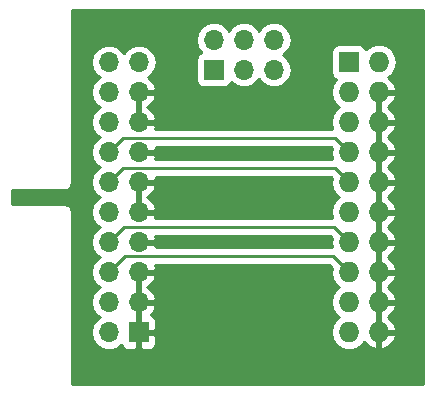
<source format=gbr>
G04 #@! TF.GenerationSoftware,KiCad,Pcbnew,(5.0.2)-1*
G04 #@! TF.CreationDate,2019-09-12T21:25:24+02:00*
G04 #@! TF.ProjectId,Jlink_power_supply,4a6c696e-6b5f-4706-9f77-65725f737570,rev?*
G04 #@! TF.SameCoordinates,Original*
G04 #@! TF.FileFunction,Copper,L2,Bot*
G04 #@! TF.FilePolarity,Positive*
%FSLAX46Y46*%
G04 Gerber Fmt 4.6, Leading zero omitted, Abs format (unit mm)*
G04 Created by KiCad (PCBNEW (5.0.2)-1) date 2019-09-12 21:25:24*
%MOMM*%
%LPD*%
G01*
G04 APERTURE LIST*
G04 #@! TA.AperFunction,ComponentPad*
%ADD10R,1.700000X1.700000*%
G04 #@! TD*
G04 #@! TA.AperFunction,ComponentPad*
%ADD11O,1.700000X1.700000*%
G04 #@! TD*
G04 #@! TA.AperFunction,ComponentPad*
%ADD12O,1.727200X1.727200*%
G04 #@! TD*
G04 #@! TA.AperFunction,ComponentPad*
%ADD13R,1.727200X1.727200*%
G04 #@! TD*
G04 #@! TA.AperFunction,ViaPad*
%ADD14C,0.800000*%
G04 #@! TD*
G04 #@! TA.AperFunction,Conductor*
%ADD15C,0.250000*%
G04 #@! TD*
G04 #@! TA.AperFunction,Conductor*
%ADD16C,0.254000*%
G04 #@! TD*
G04 APERTURE END LIST*
D10*
G04 #@! TO.P,J1,1*
G04 #@! TO.N,GND*
X119380000Y-119380000D03*
D11*
G04 #@! TO.P,J1,2*
G04 #@! TO.N,+5V*
X116840000Y-119380000D03*
G04 #@! TO.P,J1,3*
G04 #@! TO.N,GND*
X119380000Y-116840000D03*
G04 #@! TO.P,J1,4*
G04 #@! TO.N,Net-(J1-Pad4)*
X116840000Y-116840000D03*
G04 #@! TO.P,J1,5*
G04 #@! TO.N,GND*
X119380000Y-114300000D03*
G04 #@! TO.P,J1,6*
G04 #@! TO.N,Reset*
X116840000Y-114300000D03*
G04 #@! TO.P,J1,7*
G04 #@! TO.N,GND*
X119380000Y-111760000D03*
G04 #@! TO.P,J1,8*
G04 #@! TO.N,SWO*
X116840000Y-111760000D03*
G04 #@! TO.P,J1,9*
G04 #@! TO.N,GND*
X119380000Y-109220000D03*
G04 #@! TO.P,J1,10*
G04 #@! TO.N,Net-(J1-Pad10)*
X116840000Y-109220000D03*
G04 #@! TO.P,J1,11*
G04 #@! TO.N,GND*
X119380000Y-106680000D03*
G04 #@! TO.P,J1,12*
G04 #@! TO.N,SWCLK*
X116840000Y-106680000D03*
G04 #@! TO.P,J1,13*
G04 #@! TO.N,GND*
X119380000Y-104140000D03*
G04 #@! TO.P,J1,14*
G04 #@! TO.N,SWDIO*
X116840000Y-104140000D03*
G04 #@! TO.P,J1,15*
G04 #@! TO.N,GND*
X119380000Y-101600000D03*
G04 #@! TO.P,J1,16*
G04 #@! TO.N,Net-(J1-Pad16)*
X116840000Y-101600000D03*
G04 #@! TO.P,J1,17*
G04 #@! TO.N,GND*
X119380000Y-99060000D03*
G04 #@! TO.P,J1,18*
G04 #@! TO.N,Net-(J1-Pad18)*
X116840000Y-99060000D03*
G04 #@! TO.P,J1,19*
G04 #@! TO.N,Net-(J1-Pad19)*
X119380000Y-96520000D03*
G04 #@! TO.P,J1,20*
G04 #@! TO.N,Vref*
X116840000Y-96520000D03*
G04 #@! TD*
D12*
G04 #@! TO.P,J3,20*
G04 #@! TO.N,GND*
X139700000Y-119380000D03*
G04 #@! TO.P,J3,19*
G04 #@! TO.N,Net-(J3-Pad19)*
X137160000Y-119380000D03*
G04 #@! TO.P,J3,18*
G04 #@! TO.N,GND*
X139700000Y-116840000D03*
G04 #@! TO.P,J3,17*
G04 #@! TO.N,Net-(J3-Pad17)*
X137160000Y-116840000D03*
G04 #@! TO.P,J3,16*
G04 #@! TO.N,GND*
X139700000Y-114300000D03*
G04 #@! TO.P,J3,15*
G04 #@! TO.N,Reset*
X137160000Y-114300000D03*
G04 #@! TO.P,J3,14*
G04 #@! TO.N,GND*
X139700000Y-111760000D03*
G04 #@! TO.P,J3,13*
G04 #@! TO.N,SWO*
X137160000Y-111760000D03*
G04 #@! TO.P,J3,12*
G04 #@! TO.N,GND*
X139700000Y-109220000D03*
G04 #@! TO.P,J3,11*
G04 #@! TO.N,Net-(J3-Pad11)*
X137160000Y-109220000D03*
G04 #@! TO.P,J3,10*
G04 #@! TO.N,GND*
X139700000Y-106680000D03*
G04 #@! TO.P,J3,9*
G04 #@! TO.N,SWCLK*
X137160000Y-106680000D03*
G04 #@! TO.P,J3,8*
G04 #@! TO.N,GND*
X139700000Y-104140000D03*
G04 #@! TO.P,J3,7*
G04 #@! TO.N,SWDIO*
X137160000Y-104140000D03*
G04 #@! TO.P,J3,6*
G04 #@! TO.N,GND*
X139700000Y-101600000D03*
G04 #@! TO.P,J3,5*
G04 #@! TO.N,Net-(J3-Pad5)*
X137160000Y-101600000D03*
G04 #@! TO.P,J3,4*
G04 #@! TO.N,GND*
X139700000Y-99060000D03*
G04 #@! TO.P,J3,3*
G04 #@! TO.N,Net-(J3-Pad3)*
X137160000Y-99060000D03*
G04 #@! TO.P,J3,2*
G04 #@! TO.N,Net-(J3-Pad2)*
X139700000Y-96520000D03*
D13*
G04 #@! TO.P,J3,1*
G04 #@! TO.N,Vref*
X137160000Y-96520000D03*
G04 #@! TD*
D10*
G04 #@! TO.P,J2,1*
G04 #@! TO.N,+5V*
X125730000Y-97155000D03*
D11*
G04 #@! TO.P,J2,2*
G04 #@! TO.N,Vref*
X125730000Y-94615000D03*
G04 #@! TO.P,J2,3*
G04 #@! TO.N,Net-(J2-Pad3)*
X128270000Y-97155000D03*
G04 #@! TO.P,J2,4*
G04 #@! TO.N,Vref*
X128270000Y-94615000D03*
G04 #@! TO.P,J2,5*
G04 #@! TO.N,+3V3*
X130810000Y-97155000D03*
G04 #@! TO.P,J2,6*
G04 #@! TO.N,Vref*
X130810000Y-94615000D03*
G04 #@! TD*
D14*
G04 #@! TO.N,GND*
X128270000Y-116840000D03*
G04 #@! TD*
D15*
G04 #@! TO.N,SWDIO*
X136296401Y-103276401D02*
X137160000Y-104140000D01*
X135984999Y-102964999D02*
X136296401Y-103276401D01*
X118015001Y-102964999D02*
X135984999Y-102964999D01*
X116840000Y-104140000D02*
X118015001Y-102964999D01*
G04 #@! TO.N,SWCLK*
X136296401Y-105816401D02*
X137160000Y-106680000D01*
X135984999Y-105504999D02*
X136296401Y-105816401D01*
X118015001Y-105504999D02*
X135984999Y-105504999D01*
X116840000Y-106680000D02*
X118015001Y-105504999D01*
G04 #@! TO.N,SWO*
X136296401Y-110896401D02*
X137160000Y-111760000D01*
X135890000Y-110490000D02*
X136296401Y-110896401D01*
X118110000Y-110490000D02*
X135890000Y-110490000D01*
X116840000Y-111760000D02*
X118110000Y-110490000D01*
G04 #@! TO.N,Reset*
X136296401Y-113436401D02*
X137160000Y-114300000D01*
X135795001Y-112935001D02*
X136296401Y-113436401D01*
X118204999Y-112935001D02*
X135795001Y-112935001D01*
X116840000Y-114300000D02*
X118204999Y-112935001D01*
G04 #@! TD*
D16*
G04 #@! TO.N,GND*
G36*
X143460001Y-123775000D02*
X113715000Y-123775000D01*
X113715000Y-109287461D01*
X113728419Y-109220000D01*
X113675255Y-108952727D01*
X113523857Y-108726143D01*
X113297273Y-108574745D01*
X113097462Y-108535000D01*
X113030000Y-108521581D01*
X112962539Y-108535000D01*
X108635000Y-108535000D01*
X108635000Y-107365000D01*
X112962538Y-107365000D01*
X113030000Y-107378419D01*
X113097461Y-107365000D01*
X113097462Y-107365000D01*
X113297273Y-107325255D01*
X113523857Y-107173857D01*
X113675255Y-106947273D01*
X113728419Y-106680000D01*
X113715000Y-106612538D01*
X113715000Y-96520000D01*
X115325908Y-96520000D01*
X115441161Y-97099418D01*
X115769375Y-97590625D01*
X116067761Y-97790000D01*
X115769375Y-97989375D01*
X115441161Y-98480582D01*
X115325908Y-99060000D01*
X115441161Y-99639418D01*
X115769375Y-100130625D01*
X116067761Y-100330000D01*
X115769375Y-100529375D01*
X115441161Y-101020582D01*
X115325908Y-101600000D01*
X115441161Y-102179418D01*
X115769375Y-102670625D01*
X116067761Y-102870000D01*
X115769375Y-103069375D01*
X115441161Y-103560582D01*
X115325908Y-104140000D01*
X115441161Y-104719418D01*
X115769375Y-105210625D01*
X116067761Y-105410000D01*
X115769375Y-105609375D01*
X115441161Y-106100582D01*
X115325908Y-106680000D01*
X115441161Y-107259418D01*
X115769375Y-107750625D01*
X116067761Y-107950000D01*
X115769375Y-108149375D01*
X115441161Y-108640582D01*
X115325908Y-109220000D01*
X115441161Y-109799418D01*
X115769375Y-110290625D01*
X116067761Y-110490000D01*
X115769375Y-110689375D01*
X115441161Y-111180582D01*
X115325908Y-111760000D01*
X115441161Y-112339418D01*
X115769375Y-112830625D01*
X116067761Y-113030000D01*
X115769375Y-113229375D01*
X115441161Y-113720582D01*
X115325908Y-114300000D01*
X115441161Y-114879418D01*
X115769375Y-115370625D01*
X116067761Y-115570000D01*
X115769375Y-115769375D01*
X115441161Y-116260582D01*
X115325908Y-116840000D01*
X115441161Y-117419418D01*
X115769375Y-117910625D01*
X116067761Y-118110000D01*
X115769375Y-118309375D01*
X115441161Y-118800582D01*
X115325908Y-119380000D01*
X115441161Y-119959418D01*
X115769375Y-120450625D01*
X116260582Y-120778839D01*
X116693744Y-120865000D01*
X116986256Y-120865000D01*
X117419418Y-120778839D01*
X117910625Y-120450625D01*
X117925096Y-120428968D01*
X117991673Y-120589699D01*
X118170302Y-120768327D01*
X118403691Y-120865000D01*
X119094250Y-120865000D01*
X119253000Y-120706250D01*
X119253000Y-119507000D01*
X119507000Y-119507000D01*
X119507000Y-120706250D01*
X119665750Y-120865000D01*
X120356309Y-120865000D01*
X120589698Y-120768327D01*
X120768327Y-120589699D01*
X120865000Y-120356310D01*
X120865000Y-119665750D01*
X120706250Y-119507000D01*
X119507000Y-119507000D01*
X119253000Y-119507000D01*
X119233000Y-119507000D01*
X119233000Y-119253000D01*
X119253000Y-119253000D01*
X119253000Y-116967000D01*
X119507000Y-116967000D01*
X119507000Y-119253000D01*
X120706250Y-119253000D01*
X120865000Y-119094250D01*
X120865000Y-118403690D01*
X120768327Y-118170301D01*
X120589698Y-117991673D01*
X120380122Y-117904864D01*
X120651645Y-117606924D01*
X120821476Y-117196890D01*
X120700155Y-116967000D01*
X119507000Y-116967000D01*
X119253000Y-116967000D01*
X119233000Y-116967000D01*
X119233000Y-116713000D01*
X119253000Y-116713000D01*
X119253000Y-114427000D01*
X119507000Y-114427000D01*
X119507000Y-116713000D01*
X120700155Y-116713000D01*
X120821476Y-116483110D01*
X120651645Y-116073076D01*
X120261358Y-115644817D01*
X120102046Y-115570000D01*
X120261358Y-115495183D01*
X120651645Y-115066924D01*
X120821476Y-114656890D01*
X120700155Y-114427000D01*
X119507000Y-114427000D01*
X119253000Y-114427000D01*
X119233000Y-114427000D01*
X119233000Y-114173000D01*
X119253000Y-114173000D01*
X119253000Y-114153000D01*
X119507000Y-114153000D01*
X119507000Y-114173000D01*
X120700155Y-114173000D01*
X120821476Y-113943110D01*
X120718712Y-113695001D01*
X135480200Y-113695001D01*
X135707225Y-113922026D01*
X135632041Y-114300000D01*
X135748350Y-114884725D01*
X136079570Y-115380430D01*
X136363281Y-115570000D01*
X136079570Y-115759570D01*
X135748350Y-116255275D01*
X135632041Y-116840000D01*
X135748350Y-117424725D01*
X136079570Y-117920430D01*
X136363281Y-118110000D01*
X136079570Y-118299570D01*
X135748350Y-118795275D01*
X135632041Y-119380000D01*
X135748350Y-119964725D01*
X136079570Y-120460430D01*
X136575275Y-120791650D01*
X137012402Y-120878600D01*
X137307598Y-120878600D01*
X137744725Y-120791650D01*
X138240430Y-120460430D01*
X138433037Y-120172174D01*
X138811510Y-120586821D01*
X139340973Y-120834968D01*
X139573000Y-120714469D01*
X139573000Y-119507000D01*
X139827000Y-119507000D01*
X139827000Y-120714469D01*
X140059027Y-120834968D01*
X140588490Y-120586821D01*
X140982688Y-120154947D01*
X141154958Y-119739026D01*
X141033817Y-119507000D01*
X139827000Y-119507000D01*
X139573000Y-119507000D01*
X139553000Y-119507000D01*
X139553000Y-119253000D01*
X139573000Y-119253000D01*
X139573000Y-116967000D01*
X139827000Y-116967000D01*
X139827000Y-119253000D01*
X141033817Y-119253000D01*
X141154958Y-119020974D01*
X140982688Y-118605053D01*
X140588490Y-118173179D01*
X140453687Y-118110000D01*
X140588490Y-118046821D01*
X140982688Y-117614947D01*
X141154958Y-117199026D01*
X141033817Y-116967000D01*
X139827000Y-116967000D01*
X139573000Y-116967000D01*
X139553000Y-116967000D01*
X139553000Y-116713000D01*
X139573000Y-116713000D01*
X139573000Y-114427000D01*
X139827000Y-114427000D01*
X139827000Y-116713000D01*
X141033817Y-116713000D01*
X141154958Y-116480974D01*
X140982688Y-116065053D01*
X140588490Y-115633179D01*
X140453687Y-115570000D01*
X140588490Y-115506821D01*
X140982688Y-115074947D01*
X141154958Y-114659026D01*
X141033817Y-114427000D01*
X139827000Y-114427000D01*
X139573000Y-114427000D01*
X139553000Y-114427000D01*
X139553000Y-114173000D01*
X139573000Y-114173000D01*
X139573000Y-111887000D01*
X139827000Y-111887000D01*
X139827000Y-114173000D01*
X141033817Y-114173000D01*
X141154958Y-113940974D01*
X140982688Y-113525053D01*
X140588490Y-113093179D01*
X140453687Y-113030000D01*
X140588490Y-112966821D01*
X140982688Y-112534947D01*
X141154958Y-112119026D01*
X141033817Y-111887000D01*
X139827000Y-111887000D01*
X139573000Y-111887000D01*
X139553000Y-111887000D01*
X139553000Y-111633000D01*
X139573000Y-111633000D01*
X139573000Y-109347000D01*
X139827000Y-109347000D01*
X139827000Y-111633000D01*
X141033817Y-111633000D01*
X141154958Y-111400974D01*
X140982688Y-110985053D01*
X140588490Y-110553179D01*
X140453687Y-110490000D01*
X140588490Y-110426821D01*
X140982688Y-109994947D01*
X141154958Y-109579026D01*
X141033817Y-109347000D01*
X139827000Y-109347000D01*
X139573000Y-109347000D01*
X139553000Y-109347000D01*
X139553000Y-109093000D01*
X139573000Y-109093000D01*
X139573000Y-106807000D01*
X139827000Y-106807000D01*
X139827000Y-109093000D01*
X141033817Y-109093000D01*
X141154958Y-108860974D01*
X140982688Y-108445053D01*
X140588490Y-108013179D01*
X140453687Y-107950000D01*
X140588490Y-107886821D01*
X140982688Y-107454947D01*
X141154958Y-107039026D01*
X141033817Y-106807000D01*
X139827000Y-106807000D01*
X139573000Y-106807000D01*
X139553000Y-106807000D01*
X139553000Y-106553000D01*
X139573000Y-106553000D01*
X139573000Y-104267000D01*
X139827000Y-104267000D01*
X139827000Y-106553000D01*
X141033817Y-106553000D01*
X141154958Y-106320974D01*
X140982688Y-105905053D01*
X140588490Y-105473179D01*
X140453687Y-105410000D01*
X140588490Y-105346821D01*
X140982688Y-104914947D01*
X141154958Y-104499026D01*
X141033817Y-104267000D01*
X139827000Y-104267000D01*
X139573000Y-104267000D01*
X139553000Y-104267000D01*
X139553000Y-104013000D01*
X139573000Y-104013000D01*
X139573000Y-101727000D01*
X139827000Y-101727000D01*
X139827000Y-104013000D01*
X141033817Y-104013000D01*
X141154958Y-103780974D01*
X140982688Y-103365053D01*
X140588490Y-102933179D01*
X140453687Y-102870000D01*
X140588490Y-102806821D01*
X140982688Y-102374947D01*
X141154958Y-101959026D01*
X141033817Y-101727000D01*
X139827000Y-101727000D01*
X139573000Y-101727000D01*
X139553000Y-101727000D01*
X139553000Y-101473000D01*
X139573000Y-101473000D01*
X139573000Y-99187000D01*
X139827000Y-99187000D01*
X139827000Y-101473000D01*
X141033817Y-101473000D01*
X141154958Y-101240974D01*
X140982688Y-100825053D01*
X140588490Y-100393179D01*
X140453687Y-100330000D01*
X140588490Y-100266821D01*
X140982688Y-99834947D01*
X141154958Y-99419026D01*
X141033817Y-99187000D01*
X139827000Y-99187000D01*
X139573000Y-99187000D01*
X139553000Y-99187000D01*
X139553000Y-98933000D01*
X139573000Y-98933000D01*
X139573000Y-98913000D01*
X139827000Y-98913000D01*
X139827000Y-98933000D01*
X141033817Y-98933000D01*
X141154958Y-98700974D01*
X140982688Y-98285053D01*
X140588490Y-97853179D01*
X140478979Y-97801854D01*
X140780430Y-97600430D01*
X141111650Y-97104725D01*
X141227959Y-96520000D01*
X141111650Y-95935275D01*
X140780430Y-95439570D01*
X140284725Y-95108350D01*
X139847598Y-95021400D01*
X139552402Y-95021400D01*
X139115275Y-95108350D01*
X138626932Y-95434651D01*
X138621757Y-95408635D01*
X138481409Y-95198591D01*
X138271365Y-95058243D01*
X138023600Y-95008960D01*
X136296400Y-95008960D01*
X136048635Y-95058243D01*
X135838591Y-95198591D01*
X135698243Y-95408635D01*
X135648960Y-95656400D01*
X135648960Y-97383600D01*
X135698243Y-97631365D01*
X135838591Y-97841409D01*
X136048635Y-97981757D01*
X136074651Y-97986932D01*
X135748350Y-98475275D01*
X135632041Y-99060000D01*
X135748350Y-99644725D01*
X136079570Y-100140430D01*
X136363281Y-100330000D01*
X136079570Y-100519570D01*
X135748350Y-101015275D01*
X135632041Y-101600000D01*
X135748350Y-102184725D01*
X135761897Y-102204999D01*
X120718712Y-102204999D01*
X120821476Y-101956890D01*
X120700155Y-101727000D01*
X119507000Y-101727000D01*
X119507000Y-101747000D01*
X119253000Y-101747000D01*
X119253000Y-101727000D01*
X119233000Y-101727000D01*
X119233000Y-101473000D01*
X119253000Y-101473000D01*
X119253000Y-99187000D01*
X119507000Y-99187000D01*
X119507000Y-101473000D01*
X120700155Y-101473000D01*
X120821476Y-101243110D01*
X120651645Y-100833076D01*
X120261358Y-100404817D01*
X120102046Y-100330000D01*
X120261358Y-100255183D01*
X120651645Y-99826924D01*
X120821476Y-99416890D01*
X120700155Y-99187000D01*
X119507000Y-99187000D01*
X119253000Y-99187000D01*
X119233000Y-99187000D01*
X119233000Y-98933000D01*
X119253000Y-98933000D01*
X119253000Y-98913000D01*
X119507000Y-98913000D01*
X119507000Y-98933000D01*
X120700155Y-98933000D01*
X120821476Y-98703110D01*
X120651645Y-98293076D01*
X120261358Y-97864817D01*
X120131522Y-97803843D01*
X120450625Y-97590625D01*
X120778839Y-97099418D01*
X120894092Y-96520000D01*
X120778839Y-95940582D01*
X120450625Y-95449375D01*
X119959418Y-95121161D01*
X119526256Y-95035000D01*
X119233744Y-95035000D01*
X118800582Y-95121161D01*
X118309375Y-95449375D01*
X118110000Y-95747761D01*
X117910625Y-95449375D01*
X117419418Y-95121161D01*
X116986256Y-95035000D01*
X116693744Y-95035000D01*
X116260582Y-95121161D01*
X115769375Y-95449375D01*
X115441161Y-95940582D01*
X115325908Y-96520000D01*
X113715000Y-96520000D01*
X113715000Y-94615000D01*
X124215908Y-94615000D01*
X124331161Y-95194418D01*
X124659375Y-95685625D01*
X124677619Y-95697816D01*
X124632235Y-95706843D01*
X124422191Y-95847191D01*
X124281843Y-96057235D01*
X124232560Y-96305000D01*
X124232560Y-98005000D01*
X124281843Y-98252765D01*
X124422191Y-98462809D01*
X124632235Y-98603157D01*
X124880000Y-98652440D01*
X126580000Y-98652440D01*
X126827765Y-98603157D01*
X127037809Y-98462809D01*
X127178157Y-98252765D01*
X127187184Y-98207381D01*
X127199375Y-98225625D01*
X127690582Y-98553839D01*
X128123744Y-98640000D01*
X128416256Y-98640000D01*
X128849418Y-98553839D01*
X129340625Y-98225625D01*
X129540000Y-97927239D01*
X129739375Y-98225625D01*
X130230582Y-98553839D01*
X130663744Y-98640000D01*
X130956256Y-98640000D01*
X131389418Y-98553839D01*
X131880625Y-98225625D01*
X132208839Y-97734418D01*
X132324092Y-97155000D01*
X132208839Y-96575582D01*
X131880625Y-96084375D01*
X131582239Y-95885000D01*
X131880625Y-95685625D01*
X132208839Y-95194418D01*
X132324092Y-94615000D01*
X132208839Y-94035582D01*
X131880625Y-93544375D01*
X131389418Y-93216161D01*
X130956256Y-93130000D01*
X130663744Y-93130000D01*
X130230582Y-93216161D01*
X129739375Y-93544375D01*
X129540000Y-93842761D01*
X129340625Y-93544375D01*
X128849418Y-93216161D01*
X128416256Y-93130000D01*
X128123744Y-93130000D01*
X127690582Y-93216161D01*
X127199375Y-93544375D01*
X127000000Y-93842761D01*
X126800625Y-93544375D01*
X126309418Y-93216161D01*
X125876256Y-93130000D01*
X125583744Y-93130000D01*
X125150582Y-93216161D01*
X124659375Y-93544375D01*
X124331161Y-94035582D01*
X124215908Y-94615000D01*
X113715000Y-94615000D01*
X113715000Y-92125000D01*
X143460000Y-92125000D01*
X143460001Y-123775000D01*
X143460001Y-123775000D01*
G37*
X143460001Y-123775000D02*
X113715000Y-123775000D01*
X113715000Y-109287461D01*
X113728419Y-109220000D01*
X113675255Y-108952727D01*
X113523857Y-108726143D01*
X113297273Y-108574745D01*
X113097462Y-108535000D01*
X113030000Y-108521581D01*
X112962539Y-108535000D01*
X108635000Y-108535000D01*
X108635000Y-107365000D01*
X112962538Y-107365000D01*
X113030000Y-107378419D01*
X113097461Y-107365000D01*
X113097462Y-107365000D01*
X113297273Y-107325255D01*
X113523857Y-107173857D01*
X113675255Y-106947273D01*
X113728419Y-106680000D01*
X113715000Y-106612538D01*
X113715000Y-96520000D01*
X115325908Y-96520000D01*
X115441161Y-97099418D01*
X115769375Y-97590625D01*
X116067761Y-97790000D01*
X115769375Y-97989375D01*
X115441161Y-98480582D01*
X115325908Y-99060000D01*
X115441161Y-99639418D01*
X115769375Y-100130625D01*
X116067761Y-100330000D01*
X115769375Y-100529375D01*
X115441161Y-101020582D01*
X115325908Y-101600000D01*
X115441161Y-102179418D01*
X115769375Y-102670625D01*
X116067761Y-102870000D01*
X115769375Y-103069375D01*
X115441161Y-103560582D01*
X115325908Y-104140000D01*
X115441161Y-104719418D01*
X115769375Y-105210625D01*
X116067761Y-105410000D01*
X115769375Y-105609375D01*
X115441161Y-106100582D01*
X115325908Y-106680000D01*
X115441161Y-107259418D01*
X115769375Y-107750625D01*
X116067761Y-107950000D01*
X115769375Y-108149375D01*
X115441161Y-108640582D01*
X115325908Y-109220000D01*
X115441161Y-109799418D01*
X115769375Y-110290625D01*
X116067761Y-110490000D01*
X115769375Y-110689375D01*
X115441161Y-111180582D01*
X115325908Y-111760000D01*
X115441161Y-112339418D01*
X115769375Y-112830625D01*
X116067761Y-113030000D01*
X115769375Y-113229375D01*
X115441161Y-113720582D01*
X115325908Y-114300000D01*
X115441161Y-114879418D01*
X115769375Y-115370625D01*
X116067761Y-115570000D01*
X115769375Y-115769375D01*
X115441161Y-116260582D01*
X115325908Y-116840000D01*
X115441161Y-117419418D01*
X115769375Y-117910625D01*
X116067761Y-118110000D01*
X115769375Y-118309375D01*
X115441161Y-118800582D01*
X115325908Y-119380000D01*
X115441161Y-119959418D01*
X115769375Y-120450625D01*
X116260582Y-120778839D01*
X116693744Y-120865000D01*
X116986256Y-120865000D01*
X117419418Y-120778839D01*
X117910625Y-120450625D01*
X117925096Y-120428968D01*
X117991673Y-120589699D01*
X118170302Y-120768327D01*
X118403691Y-120865000D01*
X119094250Y-120865000D01*
X119253000Y-120706250D01*
X119253000Y-119507000D01*
X119507000Y-119507000D01*
X119507000Y-120706250D01*
X119665750Y-120865000D01*
X120356309Y-120865000D01*
X120589698Y-120768327D01*
X120768327Y-120589699D01*
X120865000Y-120356310D01*
X120865000Y-119665750D01*
X120706250Y-119507000D01*
X119507000Y-119507000D01*
X119253000Y-119507000D01*
X119233000Y-119507000D01*
X119233000Y-119253000D01*
X119253000Y-119253000D01*
X119253000Y-116967000D01*
X119507000Y-116967000D01*
X119507000Y-119253000D01*
X120706250Y-119253000D01*
X120865000Y-119094250D01*
X120865000Y-118403690D01*
X120768327Y-118170301D01*
X120589698Y-117991673D01*
X120380122Y-117904864D01*
X120651645Y-117606924D01*
X120821476Y-117196890D01*
X120700155Y-116967000D01*
X119507000Y-116967000D01*
X119253000Y-116967000D01*
X119233000Y-116967000D01*
X119233000Y-116713000D01*
X119253000Y-116713000D01*
X119253000Y-114427000D01*
X119507000Y-114427000D01*
X119507000Y-116713000D01*
X120700155Y-116713000D01*
X120821476Y-116483110D01*
X120651645Y-116073076D01*
X120261358Y-115644817D01*
X120102046Y-115570000D01*
X120261358Y-115495183D01*
X120651645Y-115066924D01*
X120821476Y-114656890D01*
X120700155Y-114427000D01*
X119507000Y-114427000D01*
X119253000Y-114427000D01*
X119233000Y-114427000D01*
X119233000Y-114173000D01*
X119253000Y-114173000D01*
X119253000Y-114153000D01*
X119507000Y-114153000D01*
X119507000Y-114173000D01*
X120700155Y-114173000D01*
X120821476Y-113943110D01*
X120718712Y-113695001D01*
X135480200Y-113695001D01*
X135707225Y-113922026D01*
X135632041Y-114300000D01*
X135748350Y-114884725D01*
X136079570Y-115380430D01*
X136363281Y-115570000D01*
X136079570Y-115759570D01*
X135748350Y-116255275D01*
X135632041Y-116840000D01*
X135748350Y-117424725D01*
X136079570Y-117920430D01*
X136363281Y-118110000D01*
X136079570Y-118299570D01*
X135748350Y-118795275D01*
X135632041Y-119380000D01*
X135748350Y-119964725D01*
X136079570Y-120460430D01*
X136575275Y-120791650D01*
X137012402Y-120878600D01*
X137307598Y-120878600D01*
X137744725Y-120791650D01*
X138240430Y-120460430D01*
X138433037Y-120172174D01*
X138811510Y-120586821D01*
X139340973Y-120834968D01*
X139573000Y-120714469D01*
X139573000Y-119507000D01*
X139827000Y-119507000D01*
X139827000Y-120714469D01*
X140059027Y-120834968D01*
X140588490Y-120586821D01*
X140982688Y-120154947D01*
X141154958Y-119739026D01*
X141033817Y-119507000D01*
X139827000Y-119507000D01*
X139573000Y-119507000D01*
X139553000Y-119507000D01*
X139553000Y-119253000D01*
X139573000Y-119253000D01*
X139573000Y-116967000D01*
X139827000Y-116967000D01*
X139827000Y-119253000D01*
X141033817Y-119253000D01*
X141154958Y-119020974D01*
X140982688Y-118605053D01*
X140588490Y-118173179D01*
X140453687Y-118110000D01*
X140588490Y-118046821D01*
X140982688Y-117614947D01*
X141154958Y-117199026D01*
X141033817Y-116967000D01*
X139827000Y-116967000D01*
X139573000Y-116967000D01*
X139553000Y-116967000D01*
X139553000Y-116713000D01*
X139573000Y-116713000D01*
X139573000Y-114427000D01*
X139827000Y-114427000D01*
X139827000Y-116713000D01*
X141033817Y-116713000D01*
X141154958Y-116480974D01*
X140982688Y-116065053D01*
X140588490Y-115633179D01*
X140453687Y-115570000D01*
X140588490Y-115506821D01*
X140982688Y-115074947D01*
X141154958Y-114659026D01*
X141033817Y-114427000D01*
X139827000Y-114427000D01*
X139573000Y-114427000D01*
X139553000Y-114427000D01*
X139553000Y-114173000D01*
X139573000Y-114173000D01*
X139573000Y-111887000D01*
X139827000Y-111887000D01*
X139827000Y-114173000D01*
X141033817Y-114173000D01*
X141154958Y-113940974D01*
X140982688Y-113525053D01*
X140588490Y-113093179D01*
X140453687Y-113030000D01*
X140588490Y-112966821D01*
X140982688Y-112534947D01*
X141154958Y-112119026D01*
X141033817Y-111887000D01*
X139827000Y-111887000D01*
X139573000Y-111887000D01*
X139553000Y-111887000D01*
X139553000Y-111633000D01*
X139573000Y-111633000D01*
X139573000Y-109347000D01*
X139827000Y-109347000D01*
X139827000Y-111633000D01*
X141033817Y-111633000D01*
X141154958Y-111400974D01*
X140982688Y-110985053D01*
X140588490Y-110553179D01*
X140453687Y-110490000D01*
X140588490Y-110426821D01*
X140982688Y-109994947D01*
X141154958Y-109579026D01*
X141033817Y-109347000D01*
X139827000Y-109347000D01*
X139573000Y-109347000D01*
X139553000Y-109347000D01*
X139553000Y-109093000D01*
X139573000Y-109093000D01*
X139573000Y-106807000D01*
X139827000Y-106807000D01*
X139827000Y-109093000D01*
X141033817Y-109093000D01*
X141154958Y-108860974D01*
X140982688Y-108445053D01*
X140588490Y-108013179D01*
X140453687Y-107950000D01*
X140588490Y-107886821D01*
X140982688Y-107454947D01*
X141154958Y-107039026D01*
X141033817Y-106807000D01*
X139827000Y-106807000D01*
X139573000Y-106807000D01*
X139553000Y-106807000D01*
X139553000Y-106553000D01*
X139573000Y-106553000D01*
X139573000Y-104267000D01*
X139827000Y-104267000D01*
X139827000Y-106553000D01*
X141033817Y-106553000D01*
X141154958Y-106320974D01*
X140982688Y-105905053D01*
X140588490Y-105473179D01*
X140453687Y-105410000D01*
X140588490Y-105346821D01*
X140982688Y-104914947D01*
X141154958Y-104499026D01*
X141033817Y-104267000D01*
X139827000Y-104267000D01*
X139573000Y-104267000D01*
X139553000Y-104267000D01*
X139553000Y-104013000D01*
X139573000Y-104013000D01*
X139573000Y-101727000D01*
X139827000Y-101727000D01*
X139827000Y-104013000D01*
X141033817Y-104013000D01*
X141154958Y-103780974D01*
X140982688Y-103365053D01*
X140588490Y-102933179D01*
X140453687Y-102870000D01*
X140588490Y-102806821D01*
X140982688Y-102374947D01*
X141154958Y-101959026D01*
X141033817Y-101727000D01*
X139827000Y-101727000D01*
X139573000Y-101727000D01*
X139553000Y-101727000D01*
X139553000Y-101473000D01*
X139573000Y-101473000D01*
X139573000Y-99187000D01*
X139827000Y-99187000D01*
X139827000Y-101473000D01*
X141033817Y-101473000D01*
X141154958Y-101240974D01*
X140982688Y-100825053D01*
X140588490Y-100393179D01*
X140453687Y-100330000D01*
X140588490Y-100266821D01*
X140982688Y-99834947D01*
X141154958Y-99419026D01*
X141033817Y-99187000D01*
X139827000Y-99187000D01*
X139573000Y-99187000D01*
X139553000Y-99187000D01*
X139553000Y-98933000D01*
X139573000Y-98933000D01*
X139573000Y-98913000D01*
X139827000Y-98913000D01*
X139827000Y-98933000D01*
X141033817Y-98933000D01*
X141154958Y-98700974D01*
X140982688Y-98285053D01*
X140588490Y-97853179D01*
X140478979Y-97801854D01*
X140780430Y-97600430D01*
X141111650Y-97104725D01*
X141227959Y-96520000D01*
X141111650Y-95935275D01*
X140780430Y-95439570D01*
X140284725Y-95108350D01*
X139847598Y-95021400D01*
X139552402Y-95021400D01*
X139115275Y-95108350D01*
X138626932Y-95434651D01*
X138621757Y-95408635D01*
X138481409Y-95198591D01*
X138271365Y-95058243D01*
X138023600Y-95008960D01*
X136296400Y-95008960D01*
X136048635Y-95058243D01*
X135838591Y-95198591D01*
X135698243Y-95408635D01*
X135648960Y-95656400D01*
X135648960Y-97383600D01*
X135698243Y-97631365D01*
X135838591Y-97841409D01*
X136048635Y-97981757D01*
X136074651Y-97986932D01*
X135748350Y-98475275D01*
X135632041Y-99060000D01*
X135748350Y-99644725D01*
X136079570Y-100140430D01*
X136363281Y-100330000D01*
X136079570Y-100519570D01*
X135748350Y-101015275D01*
X135632041Y-101600000D01*
X135748350Y-102184725D01*
X135761897Y-102204999D01*
X120718712Y-102204999D01*
X120821476Y-101956890D01*
X120700155Y-101727000D01*
X119507000Y-101727000D01*
X119507000Y-101747000D01*
X119253000Y-101747000D01*
X119253000Y-101727000D01*
X119233000Y-101727000D01*
X119233000Y-101473000D01*
X119253000Y-101473000D01*
X119253000Y-99187000D01*
X119507000Y-99187000D01*
X119507000Y-101473000D01*
X120700155Y-101473000D01*
X120821476Y-101243110D01*
X120651645Y-100833076D01*
X120261358Y-100404817D01*
X120102046Y-100330000D01*
X120261358Y-100255183D01*
X120651645Y-99826924D01*
X120821476Y-99416890D01*
X120700155Y-99187000D01*
X119507000Y-99187000D01*
X119253000Y-99187000D01*
X119233000Y-99187000D01*
X119233000Y-98933000D01*
X119253000Y-98933000D01*
X119253000Y-98913000D01*
X119507000Y-98913000D01*
X119507000Y-98933000D01*
X120700155Y-98933000D01*
X120821476Y-98703110D01*
X120651645Y-98293076D01*
X120261358Y-97864817D01*
X120131522Y-97803843D01*
X120450625Y-97590625D01*
X120778839Y-97099418D01*
X120894092Y-96520000D01*
X120778839Y-95940582D01*
X120450625Y-95449375D01*
X119959418Y-95121161D01*
X119526256Y-95035000D01*
X119233744Y-95035000D01*
X118800582Y-95121161D01*
X118309375Y-95449375D01*
X118110000Y-95747761D01*
X117910625Y-95449375D01*
X117419418Y-95121161D01*
X116986256Y-95035000D01*
X116693744Y-95035000D01*
X116260582Y-95121161D01*
X115769375Y-95449375D01*
X115441161Y-95940582D01*
X115325908Y-96520000D01*
X113715000Y-96520000D01*
X113715000Y-94615000D01*
X124215908Y-94615000D01*
X124331161Y-95194418D01*
X124659375Y-95685625D01*
X124677619Y-95697816D01*
X124632235Y-95706843D01*
X124422191Y-95847191D01*
X124281843Y-96057235D01*
X124232560Y-96305000D01*
X124232560Y-98005000D01*
X124281843Y-98252765D01*
X124422191Y-98462809D01*
X124632235Y-98603157D01*
X124880000Y-98652440D01*
X126580000Y-98652440D01*
X126827765Y-98603157D01*
X127037809Y-98462809D01*
X127178157Y-98252765D01*
X127187184Y-98207381D01*
X127199375Y-98225625D01*
X127690582Y-98553839D01*
X128123744Y-98640000D01*
X128416256Y-98640000D01*
X128849418Y-98553839D01*
X129340625Y-98225625D01*
X129540000Y-97927239D01*
X129739375Y-98225625D01*
X130230582Y-98553839D01*
X130663744Y-98640000D01*
X130956256Y-98640000D01*
X131389418Y-98553839D01*
X131880625Y-98225625D01*
X132208839Y-97734418D01*
X132324092Y-97155000D01*
X132208839Y-96575582D01*
X131880625Y-96084375D01*
X131582239Y-95885000D01*
X131880625Y-95685625D01*
X132208839Y-95194418D01*
X132324092Y-94615000D01*
X132208839Y-94035582D01*
X131880625Y-93544375D01*
X131389418Y-93216161D01*
X130956256Y-93130000D01*
X130663744Y-93130000D01*
X130230582Y-93216161D01*
X129739375Y-93544375D01*
X129540000Y-93842761D01*
X129340625Y-93544375D01*
X128849418Y-93216161D01*
X128416256Y-93130000D01*
X128123744Y-93130000D01*
X127690582Y-93216161D01*
X127199375Y-93544375D01*
X127000000Y-93842761D01*
X126800625Y-93544375D01*
X126309418Y-93216161D01*
X125876256Y-93130000D01*
X125583744Y-93130000D01*
X125150582Y-93216161D01*
X124659375Y-93544375D01*
X124331161Y-94035582D01*
X124215908Y-94615000D01*
X113715000Y-94615000D01*
X113715000Y-92125000D01*
X143460000Y-92125000D01*
X143460001Y-123775000D01*
G36*
X135707225Y-111382026D02*
X135632041Y-111760000D01*
X135714590Y-112175001D01*
X120797407Y-112175001D01*
X120821476Y-112116890D01*
X120700155Y-111887000D01*
X119507000Y-111887000D01*
X119507000Y-111907000D01*
X119253000Y-111907000D01*
X119253000Y-111887000D01*
X119233000Y-111887000D01*
X119233000Y-111633000D01*
X119253000Y-111633000D01*
X119253000Y-111613000D01*
X119507000Y-111613000D01*
X119507000Y-111633000D01*
X120700155Y-111633000D01*
X120821476Y-111403110D01*
X120758060Y-111250000D01*
X135575199Y-111250000D01*
X135707225Y-111382026D01*
X135707225Y-111382026D01*
G37*
X135707225Y-111382026D02*
X135632041Y-111760000D01*
X135714590Y-112175001D01*
X120797407Y-112175001D01*
X120821476Y-112116890D01*
X120700155Y-111887000D01*
X119507000Y-111887000D01*
X119507000Y-111907000D01*
X119253000Y-111907000D01*
X119253000Y-111887000D01*
X119233000Y-111887000D01*
X119233000Y-111633000D01*
X119253000Y-111633000D01*
X119253000Y-111613000D01*
X119507000Y-111613000D01*
X119507000Y-111633000D01*
X120700155Y-111633000D01*
X120821476Y-111403110D01*
X120758060Y-111250000D01*
X135575199Y-111250000D01*
X135707225Y-111382026D01*
G36*
X135707225Y-106302026D02*
X135632041Y-106680000D01*
X135748350Y-107264725D01*
X136079570Y-107760430D01*
X136363281Y-107950000D01*
X136079570Y-108139570D01*
X135748350Y-108635275D01*
X135632041Y-109220000D01*
X135733486Y-109730000D01*
X120758060Y-109730000D01*
X120821476Y-109576890D01*
X120700155Y-109347000D01*
X119507000Y-109347000D01*
X119507000Y-109367000D01*
X119253000Y-109367000D01*
X119253000Y-109347000D01*
X119233000Y-109347000D01*
X119233000Y-109093000D01*
X119253000Y-109093000D01*
X119253000Y-106807000D01*
X119507000Y-106807000D01*
X119507000Y-109093000D01*
X120700155Y-109093000D01*
X120821476Y-108863110D01*
X120651645Y-108453076D01*
X120261358Y-108024817D01*
X120102046Y-107950000D01*
X120261358Y-107875183D01*
X120651645Y-107446924D01*
X120821476Y-107036890D01*
X120700155Y-106807000D01*
X119507000Y-106807000D01*
X119253000Y-106807000D01*
X119233000Y-106807000D01*
X119233000Y-106553000D01*
X119253000Y-106553000D01*
X119253000Y-106533000D01*
X119507000Y-106533000D01*
X119507000Y-106553000D01*
X120700155Y-106553000D01*
X120821476Y-106323110D01*
X120797407Y-106264999D01*
X135670198Y-106264999D01*
X135707225Y-106302026D01*
X135707225Y-106302026D01*
G37*
X135707225Y-106302026D02*
X135632041Y-106680000D01*
X135748350Y-107264725D01*
X136079570Y-107760430D01*
X136363281Y-107950000D01*
X136079570Y-108139570D01*
X135748350Y-108635275D01*
X135632041Y-109220000D01*
X135733486Y-109730000D01*
X120758060Y-109730000D01*
X120821476Y-109576890D01*
X120700155Y-109347000D01*
X119507000Y-109347000D01*
X119507000Y-109367000D01*
X119253000Y-109367000D01*
X119253000Y-109347000D01*
X119233000Y-109347000D01*
X119233000Y-109093000D01*
X119253000Y-109093000D01*
X119253000Y-106807000D01*
X119507000Y-106807000D01*
X119507000Y-109093000D01*
X120700155Y-109093000D01*
X120821476Y-108863110D01*
X120651645Y-108453076D01*
X120261358Y-108024817D01*
X120102046Y-107950000D01*
X120261358Y-107875183D01*
X120651645Y-107446924D01*
X120821476Y-107036890D01*
X120700155Y-106807000D01*
X119507000Y-106807000D01*
X119253000Y-106807000D01*
X119233000Y-106807000D01*
X119233000Y-106553000D01*
X119253000Y-106553000D01*
X119253000Y-106533000D01*
X119507000Y-106533000D01*
X119507000Y-106553000D01*
X120700155Y-106553000D01*
X120821476Y-106323110D01*
X120797407Y-106264999D01*
X135670198Y-106264999D01*
X135707225Y-106302026D01*
G36*
X135707225Y-103762026D02*
X135632041Y-104140000D01*
X135748350Y-104724725D01*
X135761897Y-104744999D01*
X120718712Y-104744999D01*
X120821476Y-104496890D01*
X120700155Y-104267000D01*
X119507000Y-104267000D01*
X119507000Y-104287000D01*
X119253000Y-104287000D01*
X119253000Y-104267000D01*
X119233000Y-104267000D01*
X119233000Y-104013000D01*
X119253000Y-104013000D01*
X119253000Y-103993000D01*
X119507000Y-103993000D01*
X119507000Y-104013000D01*
X120700155Y-104013000D01*
X120821476Y-103783110D01*
X120797407Y-103724999D01*
X135670198Y-103724999D01*
X135707225Y-103762026D01*
X135707225Y-103762026D01*
G37*
X135707225Y-103762026D02*
X135632041Y-104140000D01*
X135748350Y-104724725D01*
X135761897Y-104744999D01*
X120718712Y-104744999D01*
X120821476Y-104496890D01*
X120700155Y-104267000D01*
X119507000Y-104267000D01*
X119507000Y-104287000D01*
X119253000Y-104287000D01*
X119253000Y-104267000D01*
X119233000Y-104267000D01*
X119233000Y-104013000D01*
X119253000Y-104013000D01*
X119253000Y-103993000D01*
X119507000Y-103993000D01*
X119507000Y-104013000D01*
X120700155Y-104013000D01*
X120821476Y-103783110D01*
X120797407Y-103724999D01*
X135670198Y-103724999D01*
X135707225Y-103762026D01*
G04 #@! TD*
M02*

</source>
